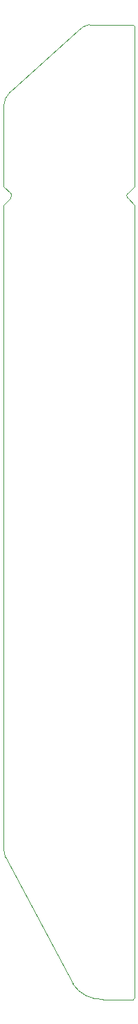
<source format=gm1>
%TF.GenerationSoftware,KiCad,Pcbnew,(5.1.9)-1*%
%TF.CreationDate,2021-11-25T09:31:56+01:00*%
%TF.ProjectId,connector,636f6e6e-6563-4746-9f72-2e6b69636164,rev?*%
%TF.SameCoordinates,Original*%
%TF.FileFunction,Profile,NP*%
%FSLAX46Y46*%
G04 Gerber Fmt 4.6, Leading zero omitted, Abs format (unit mm)*
G04 Created by KiCad (PCBNEW (5.1.9)-1) date 2021-11-25 09:31:56*
%MOMM*%
%LPD*%
G01*
G04 APERTURE LIST*
%TA.AperFunction,Profile*%
%ADD10C,0.050000*%
%TD*%
G04 APERTURE END LIST*
D10*
X94615000Y-29527500D02*
X94843600Y-29756100D01*
X94615000Y-148564600D02*
X94843600Y-148336000D01*
X94843600Y-49276000D02*
X94843600Y-29756100D01*
X93954600Y-50673000D02*
X94843600Y-51562000D01*
X93954601Y-50672999D02*
G75*
G02*
X93954601Y-50165001I253999J253999D01*
G01*
X93954601Y-50165001D02*
X94843600Y-49276000D01*
X78740000Y-49276000D02*
X78740000Y-39624000D01*
X79628999Y-50165001D02*
G75*
G02*
X79628999Y-50672999I-253999J-253999D01*
G01*
X79628999Y-50672999D02*
X78740000Y-51562000D01*
X79629000Y-50165000D02*
X78740000Y-49276000D01*
X87919059Y-30268134D02*
G75*
G02*
X89281000Y-29527500I1771702J-1635414D01*
G01*
X78740000Y-39624000D02*
G75*
G02*
X79567822Y-37719001I2605821J0D01*
G01*
X78950241Y-131207410D02*
G75*
G02*
X78740000Y-130048000I3091759J1159410D01*
G01*
X90931339Y-148567547D02*
G75*
G02*
X87249001Y-146684999I-126339J4295547D01*
G01*
X79567822Y-37719001D02*
X87919059Y-30268134D01*
X87249001Y-146684999D02*
X78950241Y-131207410D01*
X89281000Y-29527500D02*
X94615000Y-29527500D01*
X78740000Y-130048000D02*
X78740000Y-51562000D01*
X94615000Y-148567548D02*
X90931339Y-148567548D01*
X94843600Y-51562000D02*
X94843600Y-148336000D01*
M02*

</source>
